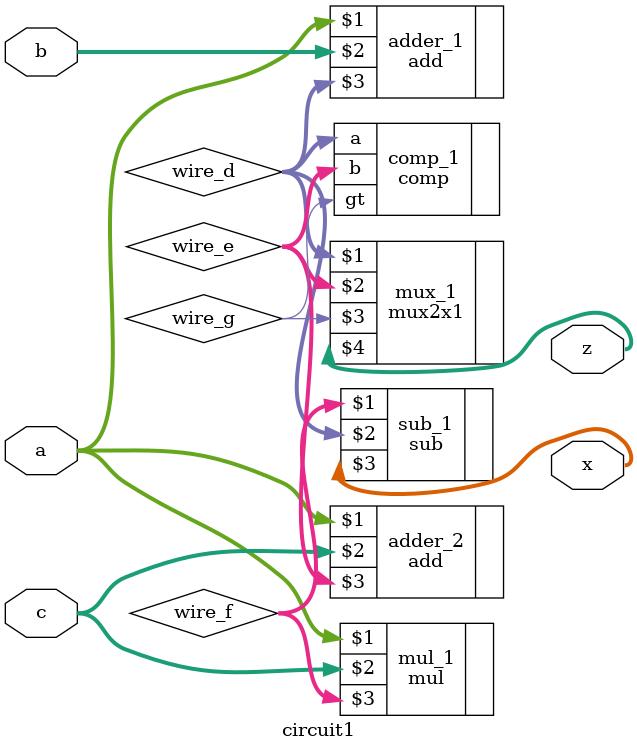
<source format=v>
`timescale 1ns / 1ps
module circuit1(a, b, c, z, x);
    
    parameter datawidth = 16;
    
    input[datawidth - 1:0] a, b, c;
    output[datawidth - 1:0] z, x;
    
    wire[datawidth - 1:0] wire_d, wire_e, wire_f;
    wire wire_g;
    
    add #(.DATAWIDTH(datawidth)) adder_1(a, b, wire_d);
    add #(.DATAWIDTH(datawidth)) adder_2(a, c, wire_e);
    
    comp #(.DATAWIDTH(datawidth)) comp_1(.a(wire_d), .b(wire_e), .gt(wire_g));
    
    mul #(.DATAWIDTH(datawidth)) mul_1(a, c, wire_f);
    
    sub #(.DATAWIDTH(datawidth)) sub_1(wire_f, wire_d, x);
    
    mux2x1 #(.DATAWIDTH(datawidth)) mux_1(wire_d, wire_e, wire_g, z);
        
endmodule

</source>
